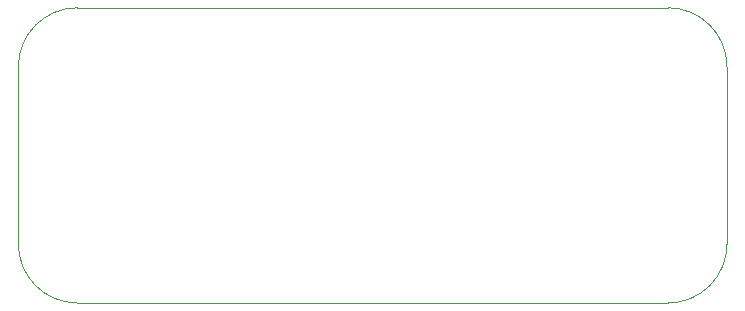
<source format=gm1>
G04*
G04 #@! TF.GenerationSoftware,Altium Limited,Altium Designer,19.1.6 (110)*
G04*
G04 Layer_Color=16711935*
%FSLAX43Y43*%
%MOMM*%
G71*
G01*
G75*
%ADD58C,0.100*%
D58*
X55000Y0D02*
G03*
X60000Y5000I0J5000D01*
G01*
Y20000D02*
G03*
X55000Y25000I-5000J0D01*
G01*
X0Y5000D02*
G03*
X5000Y0I5000J0D01*
G01*
Y25000D02*
G03*
X0Y20000I0J-5000D01*
G01*
X5000Y0D02*
X55000D01*
X0Y5000D02*
Y20000D01*
X60000Y5000D02*
Y20000D01*
X5000Y25000D02*
X55000D01*
M02*

</source>
